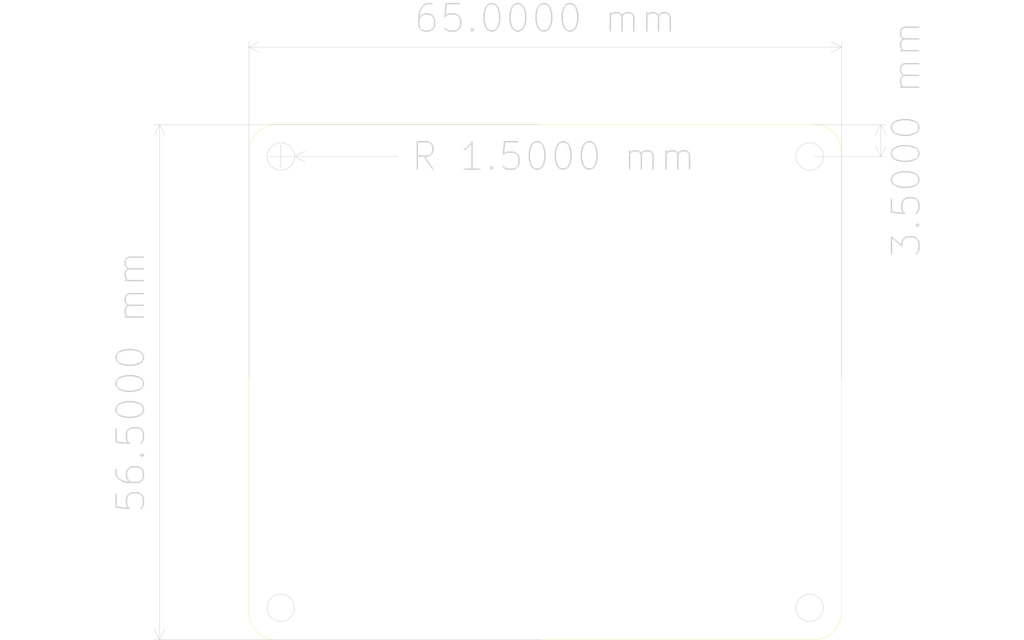
<source format=kicad_pcb>
(kicad_pcb
	(version 20240108)
	(generator "pcbnew")
	(generator_version "8.0")
	(general
		(thickness 1.6)
		(legacy_teardrops no)
	)
	(paper "A4")
	(layers
		(0 "F.Cu" signal)
		(31 "B.Cu" signal)
		(32 "B.Adhes" user "B.Adhesive")
		(33 "F.Adhes" user "F.Adhesive")
		(34 "B.Paste" user)
		(35 "F.Paste" user)
		(36 "B.SilkS" user "B.Silkscreen")
		(37 "F.SilkS" user "F.Silkscreen")
		(38 "B.Mask" user)
		(39 "F.Mask" user)
		(40 "Dwgs.User" user "User.Drawings")
		(41 "Cmts.User" user "User.Comments")
		(42 "Eco1.User" user "User.Eco1")
		(43 "Eco2.User" user "User.Eco2")
		(44 "Edge.Cuts" user)
		(45 "Margin" user)
		(46 "B.CrtYd" user "B.Courtyard")
		(47 "F.CrtYd" user "F.Courtyard")
		(48 "B.Fab" user)
		(49 "F.Fab" user)
		(50 "User.1" user)
		(51 "User.2" user)
		(52 "User.3" user)
		(53 "User.4" user)
		(54 "User.5" user)
		(55 "User.6" user)
		(56 "User.7" user)
		(57 "User.8" user)
		(58 "User.9" user)
	)
	(setup
		(pad_to_mask_clearance 0)
		(allow_soldermask_bridges_in_footprints no)
		(pcbplotparams
			(layerselection 0x00010fc_ffffffff)
			(plot_on_all_layers_selection 0x0000000_00000000)
			(disableapertmacros no)
			(usegerberextensions no)
			(usegerberattributes yes)
			(usegerberadvancedattributes yes)
			(creategerberjobfile yes)
			(dashed_line_dash_ratio 12.000000)
			(dashed_line_gap_ratio 3.000000)
			(svgprecision 4)
			(plotframeref no)
			(viasonmask no)
			(mode 1)
			(useauxorigin no)
			(hpglpennumber 1)
			(hpglpenspeed 20)
			(hpglpendiameter 15.000000)
			(pdf_front_fp_property_popups yes)
			(pdf_back_fp_property_popups yes)
			(dxfpolygonmode yes)
			(dxfimperialunits yes)
			(dxfusepcbnewfont yes)
			(psnegative no)
			(psa4output no)
			(plotreference yes)
			(plotvalue yes)
			(plotfptext yes)
			(plotinvisibletext no)
			(sketchpadsonfab no)
			(subtractmaskfromsilk no)
			(outputformat 1)
			(mirror no)
			(drillshape 1)
			(scaleselection 1)
			(outputdirectory "")
		)
	)
	(net 0 "")
	(gr_arc
		(start 109 119.2)
		(mid 106.87868 118.32132)
		(end 106 116.2)
		(stroke
			(width 0.05)
			(type default)
		)
		(layer "F.SilkS")
		(uuid "1dd8f298-d2bd-4f6a-941f-8cf498398b7e")
	)
	(gr_arc
		(start 106 65.7)
		(mid 106.87868 63.57868)
		(end 109 62.7)
		(stroke
			(width 0.05)
			(type default)
		)
		(layer "F.SilkS")
		(uuid "2243a76d-0043-4145-a4c1-ff541b0ae41c")
	)
	(gr_arc
		(start 171 116.2)
		(mid 170.12132 118.32132)
		(end 168 119.2)
		(stroke
			(width 0.05)
			(type default)
		)
		(layer "F.SilkS")
		(uuid "547de5a2-a76d-46a7-94f2-fe94e3084e65")
	)
	(gr_line
		(start 168 119.2)
		(end 109 119.2)
		(stroke
			(width 0.05)
			(type default)
		)
		(layer "F.SilkS")
		(uuid "818eb868-141b-45b2-8312-28e5056f6959")
	)
	(gr_line
		(start 106 116.2)
		(end 106 65.7)
		(stroke
			(width 0.05)
			(type default)
		)
		(layer "F.SilkS")
		(uuid "8eda487f-c86f-41b9-ba24-22cbbebb8f4c")
	)
	(gr_arc
		(start 168 62.7)
		(mid 170.12132 63.57868)
		(end 171 65.7)
		(stroke
			(width 0.05)
			(type default)
		)
		(layer "F.SilkS")
		(uuid "b13b98ae-4fa4-40be-919f-5849a24b2a53")
	)
	(gr_line
		(start 109 62.7)
		(end 168 62.7)
		(stroke
			(width 0.05)
			(type default)
		)
		(layer "F.SilkS")
		(uuid "cda59dc9-5ea0-485f-bcaa-260b0d640575")
	)
	(gr_line
		(start 171 65.7)
		(end 171 116.2)
		(stroke
			(width 0.05)
			(type default)
		)
		(layer "F.SilkS")
		(uuid "f71b4aa8-ea60-40fb-a79a-78ed556d8376")
	)
	(gr_circle
		(center 167.5 115.7)
		(end 167.5 117.2)
		(stroke
			(width 0.05)
			(type default)
		)
		(fill none)
		(layer "Edge.Cuts")
		(uuid "1982b752-49b3-416c-b7a2-feb066c0212a")
	)
	(gr_circle
		(center 167.5 66.2)
		(end 167.5 67.7)
		(stroke
			(width 0.05)
			(type default)
		)
		(fill none)
		(layer "Edge.Cuts")
		(uuid "25261644-cc09-453d-bccb-89c4411b91ee")
	)
	(gr_circle
		(center 109.5 115.7)
		(end 109.5 117.2)
		(stroke
			(width 0.05)
			(type default)
		)
		(fill none)
		(layer "Edge.Cuts")
		(uuid "aa60c9f7-e398-4bf9-aea9-08503d61cf30")
	)
	(gr_circle
		(center 109.5 66.2)
		(end 109.5 67.7)
		(stroke
			(width 0.05)
			(type default)
		)
		(fill none)
		(layer "Edge.Cuts")
		(uuid "fcaeac99-a45e-4e10-8c7b-75558bdfa390")
	)
	(dimension
		(type aligned)
		(layer "Edge.Cuts")
		(uuid "21b40295-2385-4509-a2db-e4abab4f0e88")
		(pts
			(xy 171 90.95) (xy 106 90.95)
		)
		(height 36.75)
		(gr_text "65.0000 mm"
			(at 138.5 51.05 0)
			(layer "Edge.Cuts")
			(uuid "21b40295-2385-4509-a2db-e4abab4f0e88")
			(effects
				(font
					(size 3 3)
					(thickness 0.15)
				)
			)
		)
		(format
			(prefix "")
			(suffix "")
			(units 3)
			(units_format 1)
			(precision 4)
		)
		(style
			(thickness 0.05)
			(arrow_length 1.27)
			(text_position_mode 0)
			(extension_height 0.58642)
			(extension_offset 0.5) keep_text_aligned)
	)
	(dimension
		(type aligned)
		(layer "Edge.Cuts")
		(uuid "740bc7b9-8588-49a1-8bbd-03557d98ed25")
		(pts
			(xy 138.5 62.7) (xy 138.5 119.2)
		)
		(height 42.3)
		(gr_text "56.5000 mm"
			(at 93.05 90.95 90)
			(layer "Edge.Cuts")
			(uuid "740bc7b9-8588-49a1-8bbd-03557d98ed25")
			(effects
				(font
					(size 3 3)
					(thickness 0.15)
				)
			)
		)
		(format
			(prefix "")
			(suffix "")
			(units 3)
			(units_format 1)
			(precision 4)
		)
		(style
			(thickness 0.05)
			(arrow_length 1.27)
			(text_position_mode 0)
			(extension_height 0.58642)
			(extension_offset 0.5) keep_text_aligned)
	)
	(dimension
		(type aligned)
		(layer "Edge.Cuts")
		(uuid "b86ffad1-3eab-4710-ac11-c58f92dd2af8")
		(pts
			(xy 167.5 66.2) (xy 167.5 62.7)
		)
		(height 7.8)
		(gr_text "3.5000 mm"
			(at 178.1 64.3 90)
			(layer "Edge.Cuts")
			(uuid "b86ffad1-3eab-4710-ac11-c58f92dd2af8")
			(effects
				(font
					(size 3 3)
					(thickness 0.15)
				)
			)
		)
		(format
			(prefix "")
			(suffix "")
			(units 3)
			(units_format 1)
			(precision 4)
		)
		(style
			(thickness 0.05)
			(arrow_length 1.27)
			(text_position_mode 2)
			(extension_height 0.58642)
			(extension_offset 0.5) keep_text_aligned)
	)
	(dimension
		(type radial)
		(layer "Edge.Cuts")
		(uuid "c619c409-5f02-4df3-9a29-170072d0fd3a")
		(pts
			(xy 109.5 66.2) (xy 111 66.2)
		)
		(leader_length 10.083306)
		(gr_text "R 1.5000 mm"
			(at 139.4 66.2 0)
			(layer "Edge.Cuts")
			(uuid "c619c409-5f02-4df3-9a29-170072d0fd3a")
			(effects
				(font
					(size 3 3)
					(thickness 0.15)
				)
			)
		)
		(format
			(prefix "R ")
			(suffix "")
			(units 3)
			(units_format 1)
			(precision 4)
		)
		(style
			(thickness 0.05)
			(arrow_length 1.27)
			(text_position_mode 0)
			(extension_offset 0.5) keep_text_aligned)
	)
)
</source>
